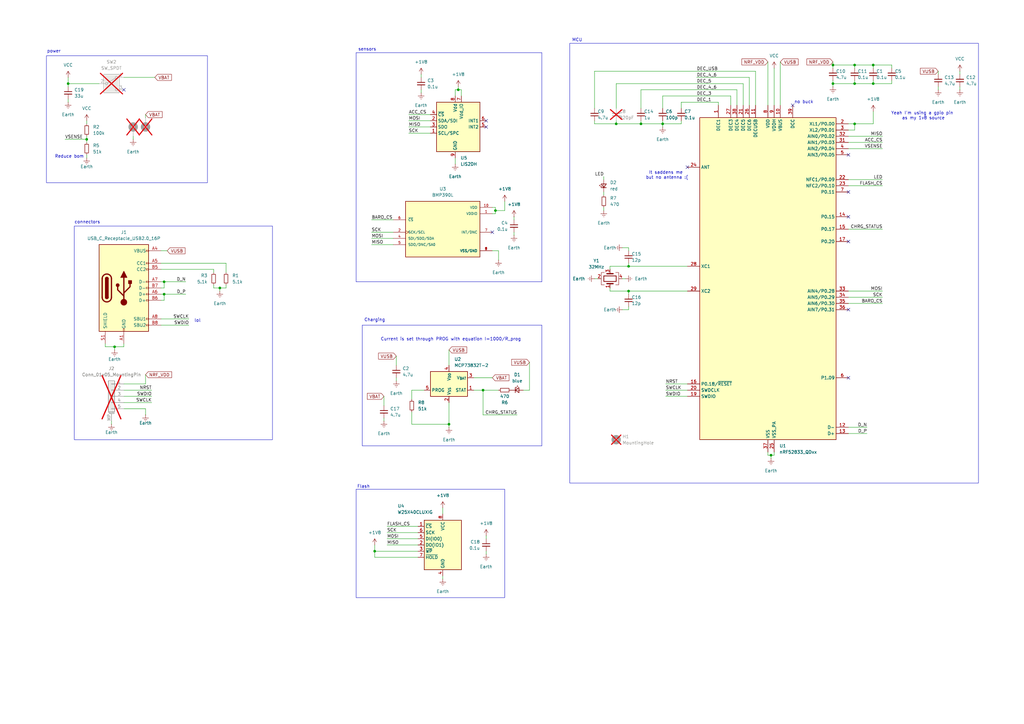
<source format=kicad_sch>
(kicad_sch (version 20231120) (generator "eeschema") (generator_version "8.0")
  (paper "A3")
  (lib_symbols
    (symbol "BMP390L:BMP390L" (pin_names (offset 1.016))
      (property "Reference" "U" (at -15.24 15.24 0))
      (property "Value" "BMP390L" (at -15.24 -15.24 0))
      (symbol "BMP390L_0_0"
        (pin power_in line (at 20.32 7.62 180) (length 5.08) (name "VDDIO") (number "1"))
        (pin power_in line (at 20.32 10.16 180) (length 5.08) (name "VDD") (number "10"))
        (pin input clock (at -20.32 0 0) (length 5.08) (name "SCK/SCL") (number "2"))
        (pin power_in line (at 20.32 -7.62 180) (length 5.08) (name "VSS/GND") (number "3"))
        (pin bidirectional line (at -20.32 -2.54 0) (length 5.08) (name "SDI/SDO/SDA") (number "4"))
        (pin bidirectional line (at -20.32 -5.08 0) (length 5.08) (name "SDO/DNC/SA0") (number "5"))
        (pin input line (at -20.32 5.08 0) (length 5.08) (name "~{CS}") (number "6"))
        (pin output line (at 20.32 0 180) (length 5.08) (name "INT/DNC") (number "7"))
        (pin power_in line (at 20.32 -7.62 180) (length 5.08) (name "VSS/GND") (number "8"))
        (pin power_in line (at 20.32 -7.62 180) (length 5.08) (name "VSS/GND") (number "9"))
      )
    )
    (symbol "Battery_Management:MCP73832-2-OT"
      (property "Reference" "U" (at -7.62 6.35 0))
      (property "Value" "MCP73832-2-OT" (at 1.27 6.35 0))
      (symbol "MCP73832-2-OT_1_1"
        (pin open_collector line (at 10.16 -2.54 180) (length 2.54) (name "STAT") (number "1"))
        (pin power_in line (at 0 -7.62 90) (length 2.54) (name "V_{SS}") (number "2"))
        (pin power_out line (at 10.16 2.54 180) (length 2.54) (name "V_{BAT}") (number "3"))
        (pin power_in line (at 0 7.62 270) (length 2.54) (name "V_{DD}") (number "4"))
        (pin input line (at -10.16 -2.54 0) (length 2.54) (name "PROG") (number "5"))
      )
    )
    (symbol "Connector:USB_C_Receptacle_USB2.0_16P" (pin_names (offset 1.016))
      (property "Reference" "J" (at 0 22.225 0))
      (property "Value" "USB_C_Receptacle_USB2.0_16P" (at 0 19.685 0))
      (symbol "USB_C_Receptacle_USB2.0_16P_1_1"
        (pin passive line (at 0 -22.86 90) (length 5.08) (name "GND") (number "A1"))
        (pin passive line (at 0 -22.86 90) (length 5.08) hide (name "GND") (number "A12"))
        (pin passive line (at 15.24 15.24 180) (length 5.08) (name "VBUS") (number "A4"))
        (pin bidirectional line (at 15.24 10.16 180) (length 5.08) (name "CC1") (number "A5"))
        (pin bidirectional line (at 15.24 -2.54 180) (length 5.08) (name "D+") (number "A6"))
        (pin bidirectional line (at 15.24 2.54 180) (length 5.08) (name "D-") (number "A7"))
        (pin bidirectional line (at 15.24 -12.7 180) (length 5.08) (name "SBU1") (number "A8"))
        (pin passive line (at 15.24 15.24 180) (length 5.08) hide (name "VBUS") (number "A9"))
        (pin passive line (at 0 -22.86 90) (length 5.08) hide (name "GND") (number "B1"))
        (pin passive line (at 0 -22.86 90) (length 5.08) hide (name "GND") (number "B12"))
        (pin passive line (at 15.24 15.24 180) (length 5.08) hide (name "VBUS") (number "B4"))
        (pin bidirectional line (at 15.24 7.62 180) (length 5.08) (name "CC2") (number "B5"))
        (pin bidirectional line (at 15.24 -5.08 180) (length 5.08) (name "D+") (number "B6"))
        (pin bidirectional line (at 15.24 0 180) (length 5.08) (name "D-") (number "B7"))
        (pin bidirectional line (at 15.24 -15.24 180) (length 5.08) (name "SBU2") (number "B8"))
        (pin passive line (at 15.24 15.24 180) (length 5.08) hide (name "VBUS") (number "B9"))
        (pin passive line (at -7.62 -22.86 90) (length 5.08) (name "SHIELD") (number "S1"))
      )
    )
    (symbol "Connector_Generic_MountingPin:Conn_01x05_MountingPin" (pin_names (offset 1.016) hide)
      (property "Reference" "J" (at 0 7.62 0))
      (property "Value" "Conn_01x05_MountingPin" (at 1.27 -7.62 0))
      (symbol "Conn_01x05_MountingPin_1_1"
        (text "Mounting" (at 0 -6.731 0) (effects (font (size 0.381 0.381))))
        (pin passive line (at -5.08 5.08 0) (length 3.81) (name "Pin_1") (number "1"))
        (pin passive line (at -5.08 2.54 0) (length 3.81) (name "Pin_2") (number "2"))
        (pin passive line (at -5.08 0 0) (length 3.81) (name "Pin_3") (number "3"))
        (pin passive line (at -5.08 -2.54 0) (length 3.81) (name "Pin_4") (number "4"))
        (pin passive line (at -5.08 -5.08 0) (length 3.81) (name "Pin_5") (number "5"))
        (pin passive line (at 0 -10.16 90) (length 3.048) (name "MountPin") (number "MP"))
      )
    )
    (symbol "Device:C_Small" (pin_numbers hide) (pin_names (offset 0.254) hide)
      (property "Reference" "C" (at 0.254 1.778 0))
      (property "Value" "C_Small" (at 0.254 -2.032 0))
      (symbol "C_Small_1_1"
        (pin passive line (at 0 2.54 270) (length 2.032) (name "~") (number "1"))
        (pin passive line (at 0 -2.54 90) (length 2.032) (name "~") (number "2"))
      )
    )
    (symbol "Device:Crystal_GND24" (pin_names (offset 1.016) hide)
      (property "Reference" "Y" (at 3.175 5.08 0))
      (property "Value" "Crystal_GND24" (at 3.175 3.175 0))
      (symbol "Crystal_GND24_1_1"
        (pin passive line (at -3.81 0 0) (length 1.27) (name "1") (number "1"))
        (pin passive line (at 0 5.08 270) (length 1.27) (name "2") (number "2"))
        (pin passive line (at 3.81 0 180) (length 1.27) (name "3") (number "3"))
        (pin passive line (at 0 -5.08 90) (length 1.27) (name "4") (number "4"))
      )
    )
    (symbol "Device:LED_Small" (pin_numbers hide) (pin_names (offset 0.254) hide)
      (property "Reference" "D" (at -1.27 3.175 0))
      (property "Value" "LED_Small" (at -4.445 -2.54 0))
      (symbol "LED_Small_1_1"
        (pin passive line (at -2.54 0 0) (length 1.778) (name "K") (number "1"))
        (pin passive line (at 2.54 0 180) (length 1.778) (name "A") (number "2"))
      )
    )
    (symbol "Device:R_Small" (pin_numbers hide) (pin_names (offset 0.254) hide)
      (property "Reference" "R" (at 0.762 0.508 0))
      (property "Value" "R_Small" (at 0.762 -1.016 0))
      (symbol "R_Small_1_1"
        (pin passive line (at 0 2.54 270) (length 0.762) (name "~") (number "1"))
        (pin passive line (at 0 -2.54 90) (length 0.762) (name "~") (number "2"))
      )
    )
    (symbol "MCU_Nordic:nRF52833_QDxx"
      (property "Reference" "U" (at 0 5.08 0))
      (property "Value" "nRF52833_QDxx" (at 0 2.54 0))
      (symbol "nRF52833_QDxx_1_1"
        (pin passive line (at -20.32 71.12 270) (length 5.08) (name "DEC1") (number "1"))
        (pin power_in line (at 5.08 71.12 270) (length 5.08) (name "VBUS") (number "10"))
        (pin passive line (at -5.08 71.12 270) (length 5.08) (name "DECUSB") (number "11"))
        (pin bidirectional line (at 33.02 -60.96 180) (length 5.08) (name "D-") (number "12"))
        (pin bidirectional line (at 33.02 -63.5 180) (length 5.08) (name "D+") (number "13"))
        (pin bidirectional line (at 33.02 25.4 180) (length 5.08) (name "P0.15") (number "14"))
        (pin bidirectional line (at 33.02 20.32 180) (length 5.08) (name "P0.17") (number "15"))
        (pin bidirectional line (at -33.02 -43.18 0) (length 5.08) (name "P0.18/~{RESET}") (number "16"))
        (pin bidirectional line (at 33.02 15.24 180) (length 5.08) (name "P0.20") (number "17"))
        (pin passive line (at 0 71.12 270) (length 5.08) hide (name "VDD") (number "18"))
        (pin bidirectional line (at -33.02 -48.26 0) (length 5.08) (name "SWDIO") (number "19"))
        (pin bidirectional line (at 33.02 63.5 180) (length 5.08) (name "XL1/P0.00") (number "2"))
        (pin input line (at -33.02 -45.72 0) (length 5.08) (name "SWDCLK") (number "20"))
        (pin passive line (at -10.16 71.12 270) (length 5.08) (name "DEC5") (number "21"))
        (pin bidirectional line (at 33.02 40.64 180) (length 5.08) (name "NFC1/P0.09") (number "22"))
        (pin bidirectional line (at 33.02 38.1 180) (length 5.08) (name "NFC2/P0.10") (number "23"))
        (pin passive line (at -33.02 45.72 0) (length 5.08) (name "ANT") (number "24"))
        (pin power_in line (at 2.54 -71.12 90) (length 5.08) (name "VSS_PA") (number "25"))
        (pin passive line (at -7.62 71.12 270) (length 5.08) (name "DEC6") (number "26"))
        (pin passive line (at -15.24 71.12 270) (length 5.08) (name "DEC3") (number "27"))
        (pin input line (at -33.02 5.08 0) (length 5.08) (name "XC1") (number "28"))
        (pin input line (at -33.02 -5.08 0) (length 5.08) (name "XC2") (number "29"))
        (pin bidirectional line (at 33.02 60.96 180) (length 5.08) (name "XL2/P0.01") (number "3"))
        (pin passive line (at 0 71.12 270) (length 5.08) hide (name "VDD") (number "30"))
        (pin bidirectional line (at 33.02 55.88 180) (length 5.08) (name "AIN1/P0.03") (number "31"))
        (pin bidirectional line (at 33.02 58.42 180) (length 5.08) (name "AIN0/P0.02") (number "32"))
        (pin bidirectional line (at 33.02 -5.08 180) (length 5.08) (name "AIN4/P0.28") (number "33"))
        (pin bidirectional line (at 33.02 -7.62 180) (length 5.08) (name "AIN5/P0.29") (number "34"))
        (pin bidirectional line (at 33.02 -10.16 180) (length 5.08) (name "AIN6/P0.30") (number "35"))
        (pin bidirectional line (at 33.02 -12.7 180) (length 5.08) (name "AIN7/P0.31") (number "36"))
        (pin power_in line (at 0 -71.12 90) (length 5.08) (name "VSS") (number "37"))
        (pin passive line (at -12.7 71.12 270) (length 5.08) (name "DEC4") (number "38"))
        (pin power_out line (at 10.16 71.12 270) (length 5.08) (name "DCC") (number "39"))
        (pin bidirectional line (at 33.02 53.34 180) (length 5.08) (name "AIN2/P0.04") (number "4"))
        (pin passive line (at 0 71.12 270) (length 5.08) hide (name "VDD") (number "40"))
        (pin passive line (at 0 -71.12 90) (length 5.08) hide (name "VSS") (number "41"))
        (pin bidirectional line (at 33.02 50.8 180) (length 5.08) (name "AIN3/P0.05") (number "5"))
        (pin bidirectional line (at 33.02 -40.64 180) (length 5.08) (name "P1.09") (number "6"))
        (pin bidirectional line (at 33.02 35.56 180) (length 5.08) (name "P0.11") (number "7"))
        (pin power_in line (at 0 71.12 270) (length 5.08) (name "VDD") (number "8"))
        (pin power_in line (at 2.54 71.12 270) (length 5.08) (name "VDDH") (number "9"))
      )
    )
    (symbol "Mechanical:MountingHole" (pin_names (offset 1.016)) (exclude_from_sim yes) (in_bom no)
      (property "Reference" "H" (at 0 5.08 0))
      (property "Value" "MountingHole" (at 0 3.175 0))
    )
    (symbol "Mechanical:MountingHole_Pad" (pin_numbers hide) (pin_names (offset 1.016) hide) (exclude_from_sim yes) (in_bom no)
      (property "Reference" "H" (at 0 6.35 0))
      (property "Value" "MountingHole_Pad" (at 0 4.445 0))
      (symbol "MountingHole_Pad_1_1"
        (pin input line (at 0 -2.54 90) (length 2.54) (name "1") (number "1"))
      )
    )
    (symbol "Memory_Flash:W25X40CLSS"
      (property "Reference" "U" (at -7.62 10.16 0))
      (property "Value" "W25X40CLSS" (at 2.54 10.16 0))
      (symbol "W25X40CLSS_1_1"
        (pin input line (at -10.16 7.62 0) (length 2.54) (name "~{CS}") (number "1"))
        (pin bidirectional line (at -10.16 0 0) (length 2.54) (name "DO(IO1)") (number "2"))
        (pin bidirectional line (at -10.16 -2.54 0) (length 2.54) (name "~{WP}") (number "3"))
        (pin power_in line (at 0 -12.7 90) (length 2.54) (name "GND") (number "4"))
        (pin bidirectional line (at -10.16 2.54 0) (length 2.54) (name "DI(IO0)") (number "5"))
        (pin input line (at -10.16 5.08 0) (length 2.54) (name "SCK") (number "6"))
        (pin bidirectional line (at -10.16 -5.08 0) (length 2.54) (name "~{HOLD}") (number "7"))
        (pin power_in line (at 0 12.7 270) (length 2.54) (name "VCC") (number "8"))
      )
    )
    (symbol "Sensor_Motion:LIS2DH"
      (property "Reference" "U" (at -8.89 11.43 0))
      (property "Value" "LIS2DH" (at 3.81 11.43 0))
      (symbol "LIS2DH_1_1"
        (pin input line (at -10.16 -2.54 0) (length 2.54) (name "SCL/SPC") (number "1"))
        (pin passive line (at 0 -12.7 90) (length 2.54) hide (name "GND") (number "10"))
        (pin passive line (at 0 -12.7 90) (length 2.54) hide (name "GND") (number "11"))
        (pin passive line (at 0 -12.7 90) (length 2.54) hide (name "GND") (number "12"))
        (pin passive line (at 0 -12.7 90) (length 2.54) hide (name "GND") (number "13"))
        (pin passive line (at 0 -12.7 90) (length 2.54) hide (name "GND") (number "14"))
        (pin bidirectional line (at -10.16 2.54 0) (length 2.54) (name "SDA/SDI") (number "2"))
        (pin output line (at -10.16 0 0) (length 2.54) (name "SDO") (number "3"))
        (pin input line (at -10.16 5.08 0) (length 2.54) (name "~{CS}") (number "4"))
        (pin output line (at 12.7 0 180) (length 2.54) (name "INT2") (number "5"))
        (pin output line (at 12.7 2.54 180) (length 2.54) (name "INT1") (number "6"))
        (pin power_in line (at 2.54 12.7 270) (length 2.54) (name "Vdd_IO") (number "7"))
        (pin power_in line (at 0 12.7 270) (length 2.54) (name "Vdd") (number "8"))
        (pin power_in line (at 0 -12.7 90) (length 2.54) (name "GND") (number "9"))
      )
    )
    (symbol "Switch:SW_SPDT" (pin_names (offset 0) hide)
      (property "Reference" "SW" (at 0 5.08 0))
      (property "Value" "SW_SPDT" (at 0 -5.08 0))
      (symbol "SW_SPDT_1_1"
        (pin passive line (at 5.08 2.54 180) (length 2.54) (name "A") (number "1"))
        (pin passive line (at -5.08 0 0) (length 2.54) (name "B") (number "2"))
        (pin passive line (at 5.08 -2.54 180) (length 2.54) (name "C") (number "3"))
      )
    )
    (symbol "power:+1V8" (power) (pin_numbers hide) (pin_names (offset 0) hide)
      (property "Value" "+1V8" (at 0 3.556 0))
      (symbol "+1V8_1_1"
        (pin power_in line (at 0 0 90) (length 0) (name "~") (number "1"))
      )
    )
    (symbol "power:Earth" (power) (pin_numbers hide) (pin_names (offset 0) hide)
      (property "Value" "Earth" (at 0 -3.81 0))
      (symbol "Earth_1_1"
        (pin power_in line (at 0 0 270) (length 0) (name "~") (number "1"))
      )
    )
    (symbol "power:VCC" (power) (pin_numbers hide) (pin_names (offset 0) hide)
      (property "Value" "VCC" (at 0 3.556 0))
      (symbol "VCC_1_1"
        (pin power_in line (at 0 0 90) (length 0) (name "~") (number "1"))
      )
    )
  )
  (junction (at 257.81 109.22))
  (junction (at 358.14 26.67))
  (junction (at 67.31 120.65))
  (junction (at 153.67 226.06))
  (junction (at 203.2 86.36))
  (junction (at 35.56 57.15))
  (junction (at 341.63 26.67))
  (junction (at 27.94 34.29))
  (junction (at 350.52 50.8))
  (junction (at 198.12 160.02))
  (junction (at 350.52 34.29))
  (junction (at 252.73 50.8))
  (junction (at 316.23 186.69))
  (junction (at 184.15 173.99))
  (junction (at 187.96 36.83))
  (junction (at 257.81 119.38))
  (junction (at 341.63 34.29))
  (junction (at 271.78 50.8))
  (junction (at 67.31 115.57))
  (junction (at 262.89 50.8))
  (junction (at 350.52 26.67))
  (junction (at 46.99 142.24))
  (junction (at 90.17 118.11))
  (junction (at 358.14 34.29))
  (no_connect (at 347.98 88.9))
  (no_connect (at 325.12 43.18))
  (no_connect (at 347.98 127))
  (no_connect (at 347.98 63.5))
  (no_connect (at 347.98 99.06))
  (no_connect (at 199.39 49.53))
  (no_connect (at 201.93 95.25))
  (no_connect (at 347.98 78.74))
  (no_connect (at 281.94 68.58))
  (no_connect (at 199.39 52.07))
  (no_connect (at 50.8 36.83))
  (no_connect (at 347.98 154.94))
  (wire (pts (xy 384.81 35.56) (xy 384.81 36.83)))
  (wire (pts (xy 27.94 40.64) (xy 27.94 41.91)))
  (wire (pts (xy 59.69 153.67) (xy 59.69 157.48)))
  (wire (pts (xy 341.63 26.67) (xy 341.63 27.94)))
  (wire (pts (xy 347.98 175.26) (xy 355.6 175.26)))
  (wire (pts (xy 59.69 46.99) (xy 59.69 48.26)))
  (wire (pts (xy 66.04 123.19) (xy 67.31 123.19)))
  (wire (pts (xy 210.82 95.25) (xy 210.82 96.52)))
  (wire (pts (xy 294.64 43.18) (xy 294.64 41.91)))
  (wire (pts (xy 257.81 127) (xy 255.27 127)))
  (wire (pts (xy 181.61 210.82) (xy 181.61 208.28)))
  (wire (pts (xy 198.12 160.02) (xy 204.47 160.02)))
  (wire (pts (xy 347.98 58.42) (xy 361.95 58.42)))
  (wire (pts (xy 257.81 119.38) (xy 250.19 119.38)))
  (wire (pts (xy 243.84 29.21) (xy 309.88 29.21)))
  (wire (pts (xy 194.31 154.94) (xy 201.93 154.94)))
  (wire (pts (xy 384.81 29.21) (xy 384.81 30.48)))
  (wire (pts (xy 158.75 215.9) (xy 171.45 215.9)))
  (wire (pts (xy 252.73 34.29) (xy 304.8 34.29)))
  (wire (pts (xy 257.81 119.38) (xy 257.81 120.65)))
  (wire (pts (xy 350.52 50.8) (xy 358.14 50.8)))
  (wire (pts (xy 152.4 97.79) (xy 161.29 97.79)))
  (wire (pts (xy 184.15 165.1) (xy 184.15 173.99)))
  (wire (pts (xy 214.63 160.02) (xy 217.17 160.02)))
  (wire (pts (xy 350.52 53.34) (xy 350.52 50.8)))
  (wire (pts (xy 54.61 55.88) (xy 54.61 57.15)))
  (wire (pts (xy 279.4 49.53) (xy 279.4 50.8)))
  (wire (pts (xy 257.81 109.22) (xy 281.94 109.22)))
  (wire (pts (xy 35.56 63.5) (xy 35.56 64.77)))
  (wire (pts (xy 43.18 142.24) (xy 46.99 142.24)))
  (wire (pts (xy 250.19 109.22) (xy 250.19 110.49)))
  (wire (pts (xy 273.05 162.56) (xy 281.94 162.56)))
  (wire (pts (xy 203.2 86.36) (xy 203.2 87.63)))
  (wire (pts (xy 162.56 154.94) (xy 162.56 156.21)))
  (wire (pts (xy 341.63 34.29) (xy 350.52 34.29)))
  (wire (pts (xy 153.67 226.06) (xy 171.45 226.06)))
  (wire (pts (xy 341.63 33.02) (xy 341.63 34.29)))
  (wire (pts (xy 317.5 27.94) (xy 317.5 43.18)))
  (wire (pts (xy 243.84 44.45) (xy 243.84 29.21)))
  (wire (pts (xy 158.75 218.44) (xy 171.45 218.44)))
  (wire (pts (xy 347.98 73.66) (xy 361.95 73.66)))
  (wire (pts (xy 317.5 185.42) (xy 317.5 186.69)))
  (wire (pts (xy 262.89 36.83) (xy 262.89 44.45)))
  (wire (pts (xy 189.23 36.83) (xy 187.96 36.83)))
  (wire (pts (xy 186.69 64.77) (xy 186.69 67.31)))
  (wire (pts (xy 153.67 228.6) (xy 171.45 228.6)))
  (wire (pts (xy 167.64 52.07) (xy 176.53 52.07)))
  (wire (pts (xy 59.69 167.64) (xy 59.69 170.18)))
  (wire (pts (xy 189.23 39.37) (xy 189.23 36.83)))
  (wire (pts (xy 157.48 171.45) (xy 157.48 172.72)))
  (wire (pts (xy 314.96 186.69) (xy 316.23 186.69)))
  (wire (pts (xy 358.14 33.02) (xy 358.14 34.29)))
  (wire (pts (xy 199.39 219.71) (xy 199.39 220.98)))
  (wire (pts (xy 198.12 170.18) (xy 212.09 170.18)))
  (wire (pts (xy 281.94 119.38) (xy 257.81 119.38)))
  (wire (pts (xy 358.14 34.29) (xy 365.76 34.29)))
  (wire (pts (xy 162.56 146.05) (xy 162.56 149.86)))
  (wire (pts (xy 87.63 116.84) (xy 87.63 118.11)))
  (wire (pts (xy 358.14 50.8) (xy 358.14 45.72)))
  (wire (pts (xy 66.04 110.49) (xy 87.63 110.49)))
  (wire (pts (xy 347.98 60.96) (xy 361.95 60.96)))
  (wire (pts (xy 252.73 50.8) (xy 262.89 50.8)))
  (wire (pts (xy 50.8 160.02) (xy 62.23 160.02)))
  (wire (pts (xy 257.81 101.6) (xy 255.27 101.6)))
  (wire (pts (xy 198.12 160.02) (xy 198.12 170.18)))
  (wire (pts (xy 67.31 120.65) (xy 76.2 120.65)))
  (wire (pts (xy 347.98 55.88) (xy 361.95 55.88)))
  (wire (pts (xy 257.81 107.95) (xy 257.81 109.22)))
  (wire (pts (xy 358.14 26.67) (xy 358.14 27.94)))
  (wire (pts (xy 204.47 102.87) (xy 204.47 106.68)))
  (wire (pts (xy 66.04 107.95) (xy 92.71 107.95)))
  (wire (pts (xy 273.05 160.02) (xy 281.94 160.02)))
  (wire (pts (xy 347.98 121.92) (xy 361.95 121.92)))
  (wire (pts (xy 186.69 36.83) (xy 186.69 39.37)))
  (wire (pts (xy 393.7 29.21) (xy 393.7 30.48)))
  (wire (pts (xy 187.96 36.83) (xy 186.69 36.83)))
  (wire (pts (xy 167.64 46.99) (xy 176.53 46.99)))
  (wire (pts (xy 347.98 76.2) (xy 361.95 76.2)))
  (wire (pts (xy 350.52 26.67) (xy 358.14 26.67)))
  (wire (pts (xy 157.48 162.56) (xy 157.48 166.37)))
  (wire (pts (xy 243.84 50.8) (xy 252.73 50.8)))
  (wire (pts (xy 152.4 95.25) (xy 161.29 95.25)))
  (wire (pts (xy 243.84 49.53) (xy 243.84 50.8)))
  (wire (pts (xy 152.4 90.17) (xy 161.29 90.17)))
  (wire (pts (xy 43.18 142.24) (xy 43.18 140.97)))
  (wire (pts (xy 341.63 25.4) (xy 341.63 26.67)))
  (wire (pts (xy 50.8 162.56) (xy 62.23 162.56)))
  (wire (pts (xy 309.88 43.18) (xy 309.88 29.21)))
  (wire (pts (xy 302.26 43.18) (xy 302.26 36.83)))
  (wire (pts (xy 347.98 177.8) (xy 355.6 177.8)))
  (wire (pts (xy 247.65 72.39) (xy 247.65 73.66)))
  (wire (pts (xy 181.61 236.22) (xy 181.61 237.49)))
  (wire (pts (xy 247.65 85.09) (xy 247.65 86.36)))
  (wire (pts (xy 271.78 39.37) (xy 271.78 44.45)))
  (wire (pts (xy 347.98 93.98) (xy 361.95 93.98)))
  (wire (pts (xy 252.73 34.29) (xy 252.73 44.45)))
  (wire (pts (xy 307.34 43.18) (xy 307.34 31.75)))
  (wire (pts (xy 172.72 36.83) (xy 172.72 38.1)))
  (wire (pts (xy 27.94 34.29) (xy 27.94 31.75)))
  (wire (pts (xy 201.93 85.09) (xy 203.2 85.09)))
  (wire (pts (xy 153.67 226.06) (xy 153.67 223.52)))
  (wire (pts (xy 271.78 50.8) (xy 271.78 52.07)))
  (wire (pts (xy 26.67 57.15) (xy 35.56 57.15)))
  (wire (pts (xy 194.31 160.02) (xy 198.12 160.02)))
  (wire (pts (xy 27.94 34.29) (xy 27.94 35.56)))
  (wire (pts (xy 87.63 118.11) (xy 90.17 118.11)))
  (wire (pts (xy 66.04 130.81) (xy 77.47 130.81)))
  (wire (pts (xy 46.99 142.24) (xy 50.8 142.24)))
  (wire (pts (xy 210.82 88.9) (xy 210.82 90.17)))
  (wire (pts (xy 67.31 123.19) (xy 67.31 120.65)))
  (wire (pts (xy 173.99 160.02) (xy 168.91 160.02)))
  (wire (pts (xy 262.89 36.83) (xy 302.26 36.83)))
  (wire (pts (xy 207.01 86.36) (xy 207.01 82.55)))
  (wire (pts (xy 35.56 49.53) (xy 35.56 50.8)))
  (wire (pts (xy 168.91 160.02) (xy 168.91 163.83)))
  (wire (pts (xy 316.23 186.69) (xy 316.23 187.96)))
  (wire (pts (xy 347.98 50.8) (xy 350.52 50.8)))
  (wire (pts (xy 152.4 100.33) (xy 161.29 100.33)))
  (wire (pts (xy 347.98 53.34) (xy 350.52 53.34)))
  (wire (pts (xy 203.2 86.36) (xy 207.01 86.36)))
  (wire (pts (xy 262.89 50.8) (xy 271.78 50.8)))
  (wire (pts (xy 304.8 34.29) (xy 304.8 43.18)))
  (wire (pts (xy 350.52 26.67) (xy 350.52 27.94)))
  (wire (pts (xy 35.56 55.88) (xy 35.56 57.15)))
  (wire (pts (xy 252.73 49.53) (xy 252.73 50.8)))
  (wire (pts (xy 245.11 114.3) (xy 243.84 114.3)))
  (wire (pts (xy 279.4 44.45) (xy 279.4 41.91)))
  (wire (pts (xy 273.05 157.48) (xy 281.94 157.48)))
  (wire (pts (xy 250.19 109.22) (xy 257.81 109.22)))
  (wire (pts (xy 271.78 39.37) (xy 299.72 39.37)))
  (wire (pts (xy 66.04 133.35) (xy 77.47 133.35)))
  (wire (pts (xy 341.63 34.29) (xy 341.63 35.56)))
  (wire (pts (xy 158.75 220.98) (xy 171.45 220.98)))
  (wire (pts (xy 365.76 33.02) (xy 365.76 34.29)))
  (wire (pts (xy 203.2 85.09) (xy 203.2 86.36)))
  (wire (pts (xy 341.63 26.67) (xy 350.52 26.67)))
  (wire (pts (xy 320.04 25.4) (xy 320.04 43.18)))
  (wire (pts (xy 262.89 49.53) (xy 262.89 50.8)))
  (wire (pts (xy 90.17 118.11) (xy 92.71 118.11)))
  (wire (pts (xy 257.81 102.87) (xy 257.81 101.6)))
  (wire (pts (xy 168.91 168.91) (xy 168.91 173.99)))
  (wire (pts (xy 45.72 172.72) (xy 45.72 173.99)))
  (wire (pts (xy 50.8 31.75) (xy 63.5 31.75)))
  (wire (pts (xy 87.63 110.49) (xy 87.63 111.76)))
  (wire (pts (xy 250.19 119.38) (xy 250.19 118.11)))
  (wire (pts (xy 187.96 35.56) (xy 187.96 36.83)))
  (wire (pts (xy 67.31 115.57) (xy 76.2 115.57)))
  (wire (pts (xy 50.8 157.48) (xy 59.69 157.48)))
  (wire (pts (xy 153.67 228.6) (xy 153.67 226.06)))
  (wire (pts (xy 50.8 165.1) (xy 62.23 165.1)))
  (wire (pts (xy 299.72 43.18) (xy 299.72 39.37)))
  (wire (pts (xy 285.75 31.75) (xy 307.34 31.75)))
  (wire (pts (xy 168.91 173.99) (xy 184.15 173.99)))
  (wire (pts (xy 50.8 142.24) (xy 50.8 140.97)))
  (wire (pts (xy 347.98 124.46) (xy 361.95 124.46)))
  (wire (pts (xy 35.56 57.15) (xy 35.56 58.42)))
  (wire (pts (xy 46.99 142.24) (xy 46.99 143.51)))
  (wire (pts (xy 90.17 118.11) (xy 90.17 119.38)))
  (wire (pts (xy 217.17 160.02) (xy 217.17 148.59)))
  (wire (pts (xy 365.76 27.94) (xy 365.76 26.67)))
  (wire (pts (xy 350.52 34.29) (xy 358.14 34.29)))
  (wire (pts (xy 66.04 102.87) (xy 68.58 102.87)))
  (wire (pts (xy 66.04 120.65) (xy 67.31 120.65)))
  (wire (pts (xy 184.15 173.99) (xy 184.15 175.26)))
  (wire (pts (xy 172.72 30.48) (xy 172.72 31.75)))
  (wire (pts (xy 314.96 43.18) (xy 314.96 25.4)))
  (wire (pts (xy 314.96 185.42) (xy 314.96 186.69)))
  (wire (pts (xy 184.15 143.51) (xy 184.15 149.86)))
  (wire (pts (xy 316.23 186.69) (xy 317.5 186.69)))
  (wire (pts (xy 247.65 78.74) (xy 247.65 80.01)))
  (wire (pts (xy 50.8 167.64) (xy 59.69 167.64)))
  (wire (pts (xy 92.71 107.95) (xy 92.71 111.76)))
  (wire (pts (xy 201.93 102.87) (xy 204.47 102.87)))
  (wire (pts (xy 40.64 34.29) (xy 27.94 34.29)))
  (wire (pts (xy 167.64 49.53) (xy 176.53 49.53)))
  (wire (pts (xy 393.7 35.56) (xy 393.7 36.83)))
  (wire (pts (xy 201.93 87.63) (xy 203.2 87.63)))
  (wire (pts (xy 271.78 50.8) (xy 279.4 50.8)))
  (wire (pts (xy 347.98 119.38) (xy 361.95 119.38)))
  (wire (pts (xy 255.27 114.3) (xy 256.54 114.3)))
  (wire (pts (xy 257.81 125.73) (xy 257.81 127)))
  (wire (pts (xy 158.75 223.52) (xy 171.45 223.52)))
  (wire (pts (xy 279.4 41.91) (xy 294.64 41.91)))
  (wire (pts (xy 92.71 118.11) (xy 92.71 116.84)))
  (wire (pts (xy 167.64 54.61) (xy 176.53 54.61)))
  (wire (pts (xy 67.31 118.11) (xy 67.31 115.57)))
  (wire (pts (xy 271.78 49.53) (xy 271.78 50.8)))
  (wire (pts (xy 350.52 33.02) (xy 350.52 34.29)))
  (wire (pts (xy 66.04 115.57) (xy 67.31 115.57)))
  (wire (pts (xy 66.04 118.11) (xy 67.31 118.11)))
  (wire (pts (xy 199.39 226.06) (xy 199.39 227.33)))
  (wire (pts (xy 358.14 26.67) (xy 365.76 26.67)))
  (rectangle (start 233.68 17.78) (end 401.32 198.12))
  (rectangle (start 146.05 21.59) (end 222.25 115.57))
  (rectangle (start 19.05 22.86) (end 85.09 74.93))
  (rectangle (start 30.48 92.71) (end 111.76 180.34))
  (rectangle (start 146.05 200.66) (end 207.01 245.11))
  (rectangle (start 148.59 133.35) (end 222.25 182.88))
  (text "Reduce bom" (at 28.448 64.262 0) (effects (font (size 1.27 1.27))))
  (text "Yeah I'm using a gpio pin \nas my 1v8 source" (at 378.714 47.498 0) (effects (font (size 1.27 1.27))))
  (text "no buck" (at 329.692 41.91 0) (effects (font (size 1.27 1.27))))
  (text "lol" (at 81.026 131.572 0) (effects (font (size 1.27 1.27))))
  (text "power" (at 22.098 21.082 0) (effects (font (size 1.27 1.27))))
  (text "Charging" (at 153.67 131.318 0) (effects (font (size 1.27 1.27))))
  (text "It saddens me \nbut no antenna :(" (at 273.558 71.882 0) (effects (font (size 1.27 1.27))))
  (text "Current is set through PROG with equation I=1000/R_prog" (at 184.912 139.192 0) (effects (font (size 1.27 1.27))))
  (text "MCU" (at 236.728 16.51 0) (effects (font (size 1.27 1.27))))
  (text "connectors" (at 35.814 91.186 0) (effects (font (size 1.27 1.27))))
  (text "Flash" (at 149.098 199.644 0) (effects (font (size 1.27 1.27))))
  (text "sensors" (at 150.622 20.32 0) (effects (font (size 1.27 1.27))))
  (label "LED" (at 247.65 72.39 180))
  (label "D_P" (at 76.2 120.65 180))
  (label "SWDIO" (at 77.47 133.35 180))
  (label "MOSI" (at 361.95 119.38 180))
  (label "CHRG_STATUS" (at 212.09 170.18 180))
  (label "ACC_CS" (at 167.64 46.99 0))
  (label "SCK" (at 167.64 54.61 0))
  (label "SWCLK" (at 273.05 160.02 0))
  (label "VSENSE" (at 361.95 60.96 180))
  (label "SWCLK" (at 62.23 165.1 180))
  (label "CHRG_STATUS" (at 361.95 93.98 180))
  (label "FLASH_CS" (at 361.95 76.2 180))
  (label "MISO" (at 361.95 55.88 180))
  (label "SWDIO" (at 62.23 162.56 180))
  (label "DEC_3" (at 285.75 39.37 0))
  (label "D_N" (at 355.6 175.26 180))
  (label "NRST" (at 273.05 157.48 0))
  (label "BARO_CS" (at 152.4 90.17 0))
  (label "MISO" (at 158.75 223.52 0))
  (label "D_N" (at 76.2 115.57 180))
  (label "SCK" (at 152.4 95.25 0))
  (label "BARO_CS" (at 361.95 124.46 180))
  (label "SCK" (at 361.95 121.92 180))
  (label "MISO" (at 167.64 52.07 0))
  (label "MISO" (at 152.4 100.33 0))
  (label "SWDIO" (at 273.05 162.56 0))
  (label "DEC_1" (at 285.75 41.91 0))
  (label "LED" (at 361.95 73.66 180))
  (label "DEC_4_6" (at 285.75 36.83 0))
  (label "D_P" (at 355.6 177.8 180))
  (label "MOSI" (at 152.4 97.79 0))
  (label "SCK" (at 158.75 218.44 0))
  (label "NRST" (at 62.23 160.02 180))
  (label "DEC_USB" (at 285.75 29.21 0))
  (label "DEC_5" (at 285.75 34.29 0))
  (label "DEC_4_6" (at 285.75 31.75 0))
  (label "VSENSE" (at 26.67 57.15 0))
  (label "MOSI" (at 167.64 49.53 0))
  (label "MOSI" (at 158.75 220.98 0))
  (label "SWCLK" (at 77.47 130.81 180))
  (label "FLASH_CS" (at 158.75 215.9 0))
  (label "ACC_CS" (at 361.95 58.42 180))
  (global_label "VBAT" (shape input) (at 201.93 154.94 0) (property "Intersheetrefs" "${INTERSHEET_REFS}" (effects (hide yes))))
  (global_label "NRF_VDD" (shape input) (at 59.69 153.67 0) (property "Intersheetrefs" "${INTERSHEET_REFS}" (effects (hide yes))))
  (global_label "VBAT" (shape input) (at 63.5 31.75 0) (property "Intersheetrefs" "${INTERSHEET_REFS}" (effects (hide yes))))
  (global_label "VUSB" (shape input) (at 68.58 102.87 0) (property "Intersheetrefs" "${INTERSHEET_REFS}" (effects (hide yes))))
  (global_label "NRF_VDD" (shape input) (at 341.63 25.4 180) (property "Intersheetrefs" "${INTERSHEET_REFS}" (effects (hide yes))))
  (global_label "VUSB" (shape input) (at 184.15 143.51 0) (property "Intersheetrefs" "${INTERSHEET_REFS}" (effects (hide yes))))
  (global_label "VBAT" (shape input) (at 157.48 162.56 180) (property "Intersheetrefs" "${INTERSHEET_REFS}" (effects (hide yes))))
  (global_label "VUSB" (shape input) (at 384.81 29.21 180) (property "Intersheetrefs" "${INTERSHEET_REFS}" (effects (hide yes))))
  (global_label "VUSB" (shape input) (at 162.56 146.05 180) (property "Intersheetrefs" "${INTERSHEET_REFS}" (effects (hide yes))))
  (global_label "VUSB" (shape input) (at 320.04 25.4 0) (property "Intersheetrefs" "${INTERSHEET_REFS}" (effects (hide yes))))
  (global_label "NRF_VDD" (shape input) (at 314.96 25.4 180) (property "Intersheetrefs" "${INTERSHEET_REFS}" (effects (hide yes))))
  (global_label "VBAT" (shape input) (at 59.69 46.99 0) (property "Intersheetrefs" "${INTERSHEET_REFS}" (effects (hide yes))))
  (global_label "VUSB" (shape input) (at 217.17 148.59 180) (property "Intersheetrefs" "${INTERSHEET_REFS}" (effects (hide yes))))
  (symbol (lib_id "Device:C_Small") (at 157.48 168.91 0) (unit 1)
    (property "Reference" "C17" (at 160.02 167.6462 0) (effects (justify left)))
    (property "Value" "4.7u" (at 160.02 170.1862 0) (effects (justify left)))
    (property "Footprint" "Capacitor_SMD:C_0402_1005Metric" (effects (hide yes)))
    (property "Description" "Unpolarized capacitor, small symbol" (effects (hide yes)))
    (property "LCSC" "C23733" (effects (hide yes)))
  )
  (symbol (lib_id "power:Earth") (at 186.69 67.31 0) (unit 1)
    (property "Reference" "#PWR06" (effects (hide yes)))
    (property "Value" "Earth" (at 186.69 72.39 0))
    (property "Description" "Power symbol creates a global label with name \"Earth\"" (effects (hide yes)))
  )
  (symbol (lib_id "power:Earth") (at 162.56 156.21 0) (unit 1)
    (property "Reference" "#PWR020" (effects (hide yes)))
    (property "Value" "Earth" (at 162.56 161.29 0))
    (property "Description" "Power symbol creates a global label with name \"Earth\"" (effects (hide yes)))
  )
  (symbol (lib_id "power:+1V8") (at 172.72 30.48 0) (unit 1)
    (property "Reference" "#PWR07" (effects (hide yes)))
    (property "Value" "+1V8" (at 172.72 25.4 0))
    (property "Description" "Power symbol creates a global label with name \"+1V8\"" (effects (hide yes)))
  )
  (symbol (lib_id "Device:C_Small") (at 27.94 38.1 0) (unit 1)
    (property "Reference" "C19" (at 30.48 36.8362 0) (effects (justify left)))
    (property "Value" "33u" (at 30.48 39.3762 0) (effects (justify left)))
    (property "Footprint" "Capacitor_SMD:C_0805_2012Metric" (effects (hide yes)))
    (property "Description" "Unpolarized capacitor, small symbol" (effects (hide yes)))
    (property "LCSC" "C342635" (effects (hide yes)))
  )
  (symbol (lib_id "Device:C_Small") (at 262.89 46.99 180) (unit 1)
    (property "Reference" "C14" (at 264.16 45.72 0) (effects (justify right)))
    (property "Value" "1u" (at 264.16 48.26 0) (effects (justify right)))
    (property "Footprint" "Capacitor_SMD:C_0402_1005Metric" (effects (hide yes)))
    (property "Description" "Unpolarized capacitor, small symbol" (effects (hide yes)))
    (property "LCSC" "C52923" (effects (hide yes)))
  )
  (symbol (lib_id "Device:R_Small") (at 35.56 60.96 0) (unit 1)
    (property "Reference" "R5" (at 38.1 59.6899 0) (effects (justify left)))
    (property "Value" "51k" (at 38.1 62.2299 0) (effects (justify left)))
    (property "Footprint" "Resistor_SMD:R_0402_1005Metric" (effects (hide yes)))
    (property "Description" "Resistor, small symbol" (effects (hide yes)))
    (property "LCSC" "C25794" (effects (hide yes)))
  )
  (symbol (lib_id "power:Earth") (at 181.61 237.49 0) (unit 1)
    (property "Reference" "#PWR019" (effects (hide yes)))
    (property "Value" "Earth" (at 181.61 242.57 0))
    (property "Description" "Power symbol creates a global label with name \"Earth\"" (effects (hide yes)))
  )
  (symbol (lib_id "Device:R_Small") (at 35.56 53.34 0) (unit 1)
    (property "Reference" "R2" (at 38.1 52.0699 0) (effects (justify left)))
    (property "Value" "100k" (at 38.1 54.6099 0) (effects (justify left)))
    (property "Footprint" "Resistor_SMD:R_0402_1005Metric" (effects (hide yes)))
    (property "Description" "Resistor, small symbol" (effects (hide yes)))
    (property "LCSC" "C25741" (effects (hide yes)))
  )
  (symbol (lib_id "Device:C_Small") (at 350.52 30.48 180) (unit 1)
    (property "Reference" "C11" (at 351.79 29.21 0) (effects (justify right)))
    (property "Value" "0.1u" (at 351.79 31.75 0) (effects (justify right)))
    (property "Footprint" "Capacitor_SMD:C_0402_1005Metric" (effects (hide yes)))
    (property "Description" "Unpolarized capacitor, small symbol" (effects (hide yes)))
    (property "LCSC" "C1525" (effects (hide yes)))
  )
  (symbol (lib_id "power:Earth") (at 59.69 170.18 0) (unit 1)
    (property "Reference" "#PWR036" (effects (hide yes)))
    (property "Value" "Earth" (at 59.69 173.482 0))
    (property "Description" "Power symbol creates a global label with name \"Earth\"" (effects (hide yes)))
  )
  (symbol (lib_id "Device:Crystal_GND24") (at 250.19 114.3 90) (unit 1)
    (property "Reference" "Y1" (at 244.602 106.934 90))
    (property "Value" "32MHz" (at 244.602 109.474 90))
    (property "Footprint" "Crystal:Crystal_SMD_2016-4Pin_2.0x1.6mm" (effects (hide yes)))
    (property "Description" "Four pin crystal, GND on pins 2 and 4" (effects (hide yes)))
    (property "LCSC" "C187794" (effects (hide yes)))
  )
  (symbol (lib_id "power:Earth") (at 247.65 86.36 0) (unit 1)
    (property "Reference" "#PWR018" (effects (hide yes)))
    (property "Value" "Earth" (at 247.65 91.44 0))
    (property "Description" "Power symbol creates a global label with name \"Earth\"" (effects (hide yes)))
  )
  (symbol (lib_id "Device:R_Small") (at 87.63 114.3 0) (mirror x) (unit 1)
    (property "Reference" "R3" (at 85.09 113.0299 0) (effects (justify right)))
    (property "Value" "5.1k" (at 85.09 115.5699 0) (effects (justify right)))
    (property "Footprint" "Resistor_SMD:R_0402_1005Metric" (effects (hide yes)))
    (property "Description" "Resistor, small symbol" (effects (hide yes)))
    (property "LCSC" "C25905" (effects (hide yes)))
  )
  (symbol (lib_id "Device:C_Small") (at 210.82 92.71 0) (mirror y) (unit 1)
    (property "Reference" "C4" (at 208.28 91.4462 0) (effects (justify left)))
    (property "Value" "0.1u" (at 208.28 93.9862 0) (effects (justify left)))
    (property "Footprint" "Capacitor_SMD:C_0402_1005Metric" (effects (hide yes)))
    (property "Description" "Unpolarized capacitor, small symbol" (effects (hide yes)))
    (property "LCSC" "C1525" (effects (hide yes)))
  )
  (symbol (lib_id "power:VCC") (at 27.94 31.75 0) (unit 1)
    (property "Reference" "#PWR03" (effects (hide yes)))
    (property "Value" "VCC" (at 27.94 26.67 0))
    (property "Description" "Power symbol creates a global label with name \"VCC\"" (effects (hide yes)))
  )
  (symbol (lib_id "power:+1V8") (at 207.01 82.55 0) (unit 1)
    (property "Reference" "#PWR09" (effects (hide yes)))
    (property "Value" "+1V8" (at 207.01 77.47 0))
    (property "Description" "Power symbol creates a global label with name \"+1V8\"" (effects (hide yes)))
  )
  (symbol (lib_id "BMP390L:BMP390L") (at 181.61 95.25 0) (unit 1)
    (property "Reference" "U3" (at 181.61 77.47 0))
    (property "Value" "BMP390L" (at 181.61 80.01 0))
    (property "Footprint" "BMP390L:XDCR_BMP390L" (effects (hide yes)))
    (property "MF" "Bosch Sensortec" (effects (hide yes)))
    (property "MAXIMUM_PACKAGE_HEIGHT" "0.8 mm" (effects (hide yes)))
    (property "Package" "None" (effects (hide yes)))
    (property "Price" "None" (effects (hide yes)))
    (property "Check_prices" "https://www.snapeda.com/parts/BMP390L/Bosch+Sensortec/view-part/?ref=eda" (effects (hide yes)))
    (property "STANDARD" "Manufacturer Recommendation" (effects (hide yes)))
    (property "PARTREV" "1.7" (effects (hide yes)))
    (property "SnapEDA_Link" "https://www.snapeda.com/parts/BMP390L/Bosch+Sensortec/view-part/?ref=snap" (effects (hide yes)))
    (property "MP" "BMP390L" (effects (hide yes)))
    (property "Purchase-URL" "https://www.snapeda.com/api/url_track_click_mouser/?unipart_id=4817101&manufacturer=Bosch Sensortec&part_name=BMP390L&search_term=None" (effects (hide yes)))
    (property "Description_1" "\nPressure Sensor Development Tools Evaluation Shuttle Board for the BMP390L\n" (effects (hide yes)))
    (property "MANUFACTURER" "BOSCH" (effects (hide yes)))
    (property "Availability" "In Stock" (effects (hide yes)))
    (property "SNAPEDA_PN" "BMP390L" (effects (hide yes)))
    (property "LCSC" "C779278" (effects (hide yes)))
  )
  (symbol (lib_id "power:VCC") (at 393.7 29.21 0) (unit 1)
    (property "Reference" "#PWR028" (effects (hide yes)))
    (property "Value" "VCC" (at 393.7 24.13 0))
    (property "Description" "Power symbol creates a global label with name \"VCC\"" (effects (hide yes)))
  )
  (symbol (lib_id "Device:R_Small") (at 92.71 114.3 0) (unit 1)
    (property "Reference" "R1" (at 95.25 113.0299 0) (effects (justify left)))
    (property "Value" "5.1k" (at 95.25 115.5699 0) (effects (justify left)))
    (property "Footprint" "Resistor_SMD:R_0402_1005Metric" (effects (hide yes)))
    (property "Description" "Resistor, small symbol" (effects (hide yes)))
    (property "LCSC" "C25905" (effects (hide yes)))
  )
  (symbol (lib_id "power:Earth") (at 90.17 119.38 0) (unit 1)
    (property "Reference" "#PWR01" (effects (hide yes)))
    (property "Value" "Earth" (at 90.17 124.46 0))
    (property "Description" "Power symbol creates a global label with name \"Earth\"" (effects (hide yes)))
  )
  (symbol (lib_id "Device:R_Small") (at 168.91 166.37 0) (unit 1)
    (property "Reference" "R8" (at 171.45 165.0999 0) (effects (justify left)))
    (property "Value" "51k" (at 171.45 167.6399 0) (effects (justify left)))
    (property "Footprint" "Resistor_SMD:R_0402_1005Metric" (effects (hide yes)))
    (property "Description" "Resistor, small symbol" (effects (hide yes)))
    (property "LCSC" "C25794" (effects (hide yes)))
  )
  (symbol (lib_id "Device:C_Small") (at 172.72 34.29 0) (unit 1)
    (property "Reference" "C3" (at 175.26 33.0262 0) (effects (justify left)))
    (property "Value" "0.1u" (at 175.26 35.5662 0) (effects (justify left)))
    (property "Footprint" "Capacitor_SMD:C_0402_1005Metric" (effects (hide yes)))
    (property "Description" "Unpolarized capacitor, small symbol" (effects (hide yes)))
    (property "LCSC" "C1525" (effects (hide yes)))
  )
  (symbol (lib_id "Device:C_Small") (at 393.7 33.02 180) (unit 1)
    (property "Reference" "C12" (at 396.24 31.75 0) (effects (justify right)))
    (property "Value" "4.7u" (at 396.24 34.29 0) (effects (justify right)))
    (property "Footprint" "Capacitor_SMD:C_0402_1005Metric" (effects (hide yes)))
    (property "Description" "Unpolarized capacitor, small symbol" (effects (hide yes)))
    (property "LCSC" "C23733" (effects (hide yes)))
  )
  (symbol (lib_id "Device:C_Small") (at 271.78 46.99 180) (unit 1)
    (property "Reference" "C6" (at 273.05 45.72 0) (effects (justify right)))
    (property "Value" "100p" (at 273.05 48.26 0) (effects (justify right)))
    (property "Footprint" "Capacitor_SMD:C_0402_1005Metric" (effects (hide yes)))
    (property "Description" "Unpolarized capacitor, small symbol" (effects (hide yes)))
    (property "LCSC" "C1546" (effects (hide yes)))
  )
  (symbol (lib_id "power:VCC") (at 317.5 27.94 0) (unit 1)
    (property "Reference" "#PWR026" (effects (hide yes)))
    (property "Value" "VCC" (at 317.5 22.86 0))
    (property "Description" "Power symbol creates a global label with name \"VCC\"" (effects (hide yes)))
  )
  (symbol (lib_id "Device:C_Small") (at 243.84 46.99 180) (unit 1)
    (property "Reference" "C9" (at 245.11 45.72 0) (effects (justify right)))
    (property "Value" "4.7u" (at 245.11 48.26 0) (effects (justify right)))
    (property "Footprint" "Capacitor_SMD:C_0402_1005Metric" (effects (hide yes)))
    (property "Description" "Unpolarized capacitor, small symbol" (effects (hide yes)))
    (property "LCSC" "C23733" (effects (hide yes)))
  )
  (symbol (lib_id "Device:C_Small") (at 279.4 46.99 180) (unit 1)
    (property "Reference" "C7" (at 280.67 45.72 0) (effects (justify right)))
    (property "Value" "0.1u" (at 280.67 48.26 0) (effects (justify right)))
    (property "Footprint" "Capacitor_SMD:C_0402_1005Metric" (effects (hide yes)))
    (property "Description" "Unpolarized capacitor, small symbol" (effects (hide yes)))
    (property "LCSC" "C1525" (effects (hide yes)))
  )
  (symbol (lib_id "Battery_Management:MCP73832-2-OT") (at 184.15 157.48 0) (unit 1)
    (property "Reference" "U2" (at 186.3441 147.32 0) (effects (justify left)))
    (property "Value" "MCP73832T-2" (at 186.3441 149.86 0) (effects (justify left)))
    (property "Footprint" "Package_TO_SOT_SMD:SOT-23-5" (effects (hide yes)))
    (property "Datasheet" "http://ww1.microchip.com/downloads/en/DeviceDoc/20001984g.pdf" (effects (hide yes)))
    (property "Description" "Single cell, Li-Ion/Li-Po charge management controller, 4.20V, Open-Drain Status Output, in SOT23-5 package" (effects (hide yes)))
    (property "LCSC" "C38066" (effects (hide yes)))
  )
  (symbol (lib_id "power:Earth") (at 341.63 35.56 0) (unit 1)
    (property "Reference" "#PWR027" (effects (hide yes)))
    (property "Value" "Earth" (at 341.63 40.64 0))
    (property "Description" "Power symbol creates a global label with name \"Earth\"" (effects (hide yes)))
  )
  (symbol (lib_id "power:Earth") (at 184.15 175.26 0) (unit 1)
    (property "Reference" "#PWR04" (effects (hide yes)))
    (property "Value" "Earth" (at 184.15 180.34 0))
    (property "Description" "Power symbol creates a global label with name \"Earth\"" (effects (hide yes)))
  )
  (symbol (lib_id "power:+1V8") (at 358.14 45.72 0) (unit 1)
    (property "Reference" "#PWR015" (effects (hide yes)))
    (property "Value" "+1V8" (at 358.14 40.64 0))
    (property "Description" "Power symbol creates a global label with name \"+1V8\"" (effects (hide yes)))
  )
  (symbol (lib_id "power:Earth") (at 393.7 36.83 0) (unit 1)
    (property "Reference" "#PWR029" (effects (hide yes)))
    (property "Value" "Earth" (at 393.7 41.91 0))
    (property "Description" "Power symbol creates a global label with name \"Earth\"" (effects (hide yes)))
  )
  (symbol (lib_id "Connector_Generic_MountingPin:Conn_01x05_MountingPin") (at 45.72 162.56 0) (mirror y) (unit 1) (dnp yes)
    (property "Reference" "J2" (at 45.72 151.13 0))
    (property "Value" "Conn_01x05_MountingPin" (at 45.72 153.67 0))
    (property "Footprint" "Connector_JST:JST_SH_BM05B-SRSS-TB_1x05-1MP_P1.00mm_Vertical" (effects (hide yes)))
    (property "Description" "Generic connectable mounting pin connector, single row, 01x05, script generated (kicad-library-utils/schlib/autogen/connector/)" (effects (hide yes)))
  )
  (symbol (lib_id "power:Earth") (at 255.27 101.6 270) (unit 1)
    (property "Reference" "#PWR033" (effects (hide yes)))
    (property "Value" "Earth" (at 252.73 101.5999 90) (effects (justify right)))
    (property "Description" "Power symbol creates a global label with name \"Earth\"" (effects (hide yes)))
  )
  (symbol (lib_id "Device:C_Small") (at 384.81 33.02 180) (unit 1)
    (property "Reference" "C13" (at 387.35 31.75 0) (effects (justify right)))
    (property "Value" "4.7u" (at 387.35 34.29 0) (effects (justify right)))
    (property "Footprint" "Capacitor_SMD:C_0402_1005Metric" (effects (hide yes)))
    (property "Description" "Unpolarized capacitor, small symbol" (effects (hide yes)))
    (property "LCSC" "C23733" (effects (hide yes)))
  )
  (symbol (lib_id "power:Earth") (at 256.54 114.3 90) (unit 1)
    (property "Reference" "#PWR031" (effects (hide yes)))
    (property "Value" "Earth" (at 260.35 114.3 90) (effects (justify right)))
    (property "Description" "Power symbol creates a global label with name \"Earth\"" (effects (hide yes)))
  )
  (symbol (lib_id "power:Earth") (at 27.94 41.91 0) (unit 1)
    (property "Reference" "#PWR038" (effects (hide yes)))
    (property "Value" "Earth" (at 27.94 46.99 0))
    (property "Description" "Power symbol creates a global label with name \"Earth\"" (effects (hide yes)))
  )
  (symbol (lib_id "power:Earth") (at 316.23 187.96 0) (unit 1)
    (property "Reference" "#PWR013" (effects (hide yes)))
    (property "Value" "Earth" (at 316.23 193.04 0))
    (property "Description" "Power symbol creates a global label with name \"Earth\"" (effects (hide yes)))
  )
  (symbol (lib_id "Device:C_Small") (at 365.76 30.48 180) (unit 1)
    (property "Reference" "C5" (at 367.03 29.21 0) (effects (justify right)))
    (property "Value" "0.1u" (at 367.03 31.75 0) (effects (justify right)))
    (property "Footprint" "Capacitor_SMD:C_0402_1005Metric" (effects (hide yes)))
    (property "Description" "Unpolarized capacitor, small symbol" (effects (hide yes)))
    (property "LCSC" "C1525" (effects (hide yes)))
  )
  (symbol (lib_id "power:+1V8") (at 153.67 223.52 0) (unit 1)
    (property "Reference" "#PWR016" (effects (hide yes)))
    (property "Value" "+1V8" (at 153.67 218.44 0))
    (property "Description" "Power symbol creates a global label with name \"+1V8\"" (effects (hide yes)))
  )
  (symbol (lib_id "Device:C_Small") (at 162.56 152.4 0) (unit 1)
    (property "Reference" "C2" (at 165.1 151.1362 0) (effects (justify left)))
    (property "Value" "4.7u" (at 165.1 153.6762 0) (effects (justify left)))
    (property "Footprint" "Capacitor_SMD:C_0402_1005Metric" (effects (hide yes)))
    (property "Description" "Unpolarized capacitor, small symbol" (effects (hide yes)))
    (property "LCSC" "C23733" (effects (hide yes)))
  )
  (symbol (lib_id "Device:C_Small") (at 341.63 30.48 180) (unit 1)
    (property "Reference" "C10" (at 342.9 29.21 0) (effects (justify right)))
    (property "Value" "4.7u" (at 342.9 31.75 0) (effects (justify right)))
    (property "Footprint" "Capacitor_SMD:C_0402_1005Metric" (effects (hide yes)))
    (property "Description" "Unpolarized capacitor, small symbol" (effects (hide yes)))
    (property "LCSC" "C23733" (effects (hide yes)))
  )
  (symbol (lib_id "Device:LED_Small") (at 212.09 160.02 0) (unit 1)
    (property "Reference" "D1" (at 212.1535 153.67 0))
    (property "Value" "blue" (at 212.1535 156.21 0))
    (property "Footprint" "LED_SMD:LED_0402_1005Metric" (effects (hide yes)))
    (property "Description" "Light emitting diode, small symbol" (effects (hide yes)))
    (property "LCSC" "C917189" (effects (hide yes)))
  )
  (symbol (lib_id "power:Earth") (at 45.72 173.99 0) (unit 1)
    (property "Reference" "#PWR037" (effects (hide yes)))
    (property "Value" "Earth" (at 45.72 177.292 0))
    (property "Description" "Power symbol creates a global label with name \"Earth\"" (effects (hide yes)))
  )
  (symbol (lib_id "Mechanical:MountingHole_Pad") (at 54.61 53.34 0) (unit 1) (exclude_from_sim yes) (in_bom no) (dnp yes)
    (property "Reference" "H3" (effects (hide yes)))
    (property "Value" "MountingHole_Pad" (effects (hide yes)))
    (property "Footprint" "custom:square" (effects (hide yes)))
    (property "Description" "Mounting Hole with connection" (effects (hide yes)))
  )
  (symbol (lib_id "power:Earth") (at 172.72 38.1 0) (unit 1)
    (property "Reference" "#PWR08" (effects (hide yes)))
    (property "Value" "Earth" (at 172.72 43.18 0))
    (property "Description" "Power symbol creates a global label with name \"Earth\"" (effects (hide yes)))
  )
  (symbol (lib_id "power:VCC") (at 35.56 49.53 0) (unit 1)
    (property "Reference" "#PWR024" (effects (hide yes)))
    (property "Value" "VCC" (at 35.56 44.45 0))
    (property "Description" "Power symbol creates a global label with name \"VCC\"" (effects (hide yes)))
  )
  (symbol (lib_id "Device:C_Small") (at 257.81 123.19 180) (unit 1)
    (property "Reference" "C16" (at 259.08 121.92 0) (effects (justify right)))
    (property "Value" "12p" (at 259.08 124.46 0) (effects (justify right)))
    (property "Footprint" "Capacitor_SMD:C_0402_1005Metric" (effects (hide yes)))
    (property "Description" "Unpolarized capacitor, small symbol" (effects (hide yes)))
  )
  (symbol (lib_id "Mechanical:MountingHole_Pad") (at 59.69 50.8 180) (unit 1) (exclude_from_sim yes) (in_bom no) (dnp yes)
    (property "Reference" "H2" (effects (hide yes)))
    (property "Value" "MountingHole_Pad" (effects (hide yes)))
    (property "Footprint" "custom:square" (effects (hide yes)))
    (property "Description" "Mounting Hole with connection" (effects (hide yes)))
  )
  (symbol (lib_id "power:Earth") (at 384.81 36.83 0) (unit 1)
    (property "Reference" "#PWR030" (effects (hide yes)))
    (property "Value" "Earth" (at 384.81 41.91 0))
    (property "Description" "Power symbol creates a global label with name \"Earth\"" (effects (hide yes)))
  )
  (symbol (lib_id "Sensor_Motion:LIS2DH") (at 186.69 52.07 0) (unit 1)
    (property "Reference" "U5" (at 188.8841 64.77 0) (effects (justify left)))
    (property "Value" "LIS2DH" (at 188.8841 67.31 0) (effects (justify left)))
    (property "Footprint" "Package_LGA:LGA-14_2x2mm_P0.35mm_LayoutBorder3x4y" (effects (hide yes)))
    (property "Datasheet" "http://www.st.com/web/en/resource/technical/document/datasheet/DM00042751.pdf" (effects (hide yes)))
    (property "Description" "3-Axis Accelerometer, 2/4/8/16g range, I2C/SPI interface, LGA-14" (effects (hide yes)))
    (property "LCSC" "C155670" (effects (hide yes)))
  )
  (symbol (lib_id "power:Earth") (at 54.61 57.15 0) (unit 1)
    (property "Reference" "#PWR035" (effects (hide yes)))
    (property "Value" "Earth" (at 54.61 62.23 0))
    (property "Description" "Power symbol creates a global label with name \"Earth\"" (effects (hide yes)))
  )
  (symbol (lib_id "power:Earth") (at 210.82 96.52 0) (unit 1)
    (property "Reference" "#PWR012" (effects (hide yes)))
    (property "Value" "Earth" (at 210.82 101.6 0))
    (property "Description" "Power symbol creates a global label with name \"Earth\"" (effects (hide yes)))
  )
  (symbol (lib_id "Device:R_Small") (at 247.65 82.55 0) (unit 1)
    (property "Reference" "R7" (at 250.19 81.2799 0) (effects (justify left)))
    (property "Value" "470" (at 250.19 83.8199 0) (effects (justify left)))
    (property "Footprint" "Resistor_SMD:R_0402_1005Metric" (effects (hide yes)))
    (property "Description" "Resistor, small symbol" (effects (hide yes)))
    (property "LCSC" "C25117" (effects (hide yes)))
  )
  (symbol (lib_id "Device:C_Small") (at 199.39 223.52 0) (mirror y) (unit 1)
    (property "Reference" "C18" (at 196.85 222.2562 0) (effects (justify left)))
    (property "Value" "0.1u" (at 196.85 224.7962 0) (effects (justify left)))
    (property "Footprint" "Capacitor_SMD:C_0402_1005Metric" (effects (hide yes)))
    (property "Description" "Unpolarized capacitor, small symbol" (effects (hide yes)))
    (property "LCSC" "C1525" (effects (hide yes)))
  )
  (symbol (lib_id "Connector:USB_C_Receptacle_USB2.0_16P") (at 50.8 118.11 0) (unit 1)
    (property "Reference" "J1" (at 50.8 95.25 0))
    (property "Value" "USB_C_Receptacle_USB2.0_16P" (at 50.8 97.79 0))
    (property "Footprint" "Connector_USB:USB_C_Receptacle_GCT_USB4105-xx-A_16P_TopMnt_Horizontal" (effects (hide yes)))
    (property "Datasheet" "https://www.usb.org/sites/default/files/documents/usb_type-c.zip" (effects (hide yes)))
    (property "Description" "USB 2.0-only 16P Type-C Receptacle connector" (effects (hide yes)))
    (property "LCSC" "C2765186" (effects (hide yes)))
  )
  (symbol (lib_id "power:Earth") (at 46.99 143.51 0) (unit 1)
    (property "Reference" "#PWR014" (effects (hide yes)))
    (property "Value" "Earth" (at 46.99 147.32 0))
    (property "Description" "Power symbol creates a global label with name \"Earth\"" (effects (hide yes)))
  )
  (symbol (lib_id "power:Earth") (at 157.48 172.72 0) (unit 1)
    (property "Reference" "#PWR021" (effects (hide yes)))
    (property "Value" "Earth" (at 157.48 177.8 0))
    (property "Description" "Power symbol creates a global label with name \"Earth\"" (effects (hide yes)))
  )
  (symbol (lib_id "Switch:SW_SPDT") (at 45.72 34.29 0) (unit 1) (dnp yes)
    (property "Reference" "SW2" (at 45.72 25.4 0))
    (property "Value" "SW_SPDT" (at 45.72 27.94 0))
    (property "Footprint" "Button_Switch_SMD:SW_SPDT_CK_JS102011SAQN" (effects (hide yes)))
    (property "Description" "Switch, single pole double throw" (effects (hide yes)))
  )
  (symbol (lib_id "power:Earth") (at 255.27 127 270) (mirror x) (unit 1)
    (property "Reference" "#PWR034" (effects (hide yes)))
    (property "Value" "Earth" (at 252.73 127.0001 90) (effects (justify right)))
    (property "Description" "Power symbol creates a global label with name \"Earth\"" (effects (hide yes)))
  )
  (symbol (lib_id "power:+1V8") (at 187.96 35.56 0) (unit 1)
    (property "Reference" "#PWR05" (effects (hide yes)))
    (property "Value" "+1V8" (at 187.96 30.48 0))
    (property "Description" "Power symbol creates a global label with name \"+1V8\"" (effects (hide yes)))
  )
  (symbol (lib_id "power:Earth") (at 243.84 114.3 270) (unit 1)
    (property "Reference" "#PWR032" (effects (hide yes)))
    (property "Value" "Earth" (at 240.03 114.3 90) (effects (justify right)))
    (property "Description" "Power symbol creates a global label with name \"Earth\"" (effects (hide yes)))
  )
  (symbol (lib_id "Device:R_Small") (at 207.01 160.02 270) (unit 1)
    (property "Reference" "R6" (at 207.01 165.1 90))
    (property "Value" "470" (at 207.01 162.56 90))
    (property "Footprint" "Resistor_SMD:R_0402_1005Metric" (effects (hide yes)))
    (property "Description" "Resistor, small symbol" (effects (hide yes)))
    (property "LCSC" "C25117" (effects (hide yes)))
  )
  (symbol (lib_id "power:+1V8") (at 199.39 219.71 0) (unit 1)
    (property "Reference" "#PWR022" (effects (hide yes)))
    (property "Value" "+1V8" (at 199.39 214.63 0))
    (property "Description" "Power symbol creates a global label with name \"+1V8\"" (effects (hide yes)))
  )
  (symbol (lib_id "Device:C_Small") (at 257.81 105.41 180) (unit 1)
    (property "Reference" "C15" (at 259.08 104.14 0) (effects (justify right)))
    (property "Value" "12p" (at 259.08 106.68 0) (effects (justify right)))
    (property "Footprint" "Capacitor_SMD:C_0402_1005Metric" (effects (hide yes)))
    (property "Description" "Unpolarized capacitor, small symbol" (effects (hide yes)))
  )
  (symbol (lib_id "MCU_Nordic:nRF52833_QDxx") (at 314.96 114.3 0) (unit 1)
    (property "Reference" "U1" (at 319.6941 182.88 0) (effects (justify left)))
    (property "Value" "nRF52833_QDxx" (at 319.6941 185.42 0) (effects (justify left)))
    (property "Footprint" "Package_DFN_QFN:QFN-40-1EP_5x5mm_P0.4mm_EP3.6x3.6mm" (effects (hide yes)))
    (property "Datasheet" "https://infocenter.nordicsemi.com/pdf/nRF52833_PS_v1.5.pdf" (effects (hide yes)))
    (property "Description" "Multiprotocol BLE/ANT/2.4 GHz/802.15.4 Cortex-M4F SoC, QFN-40" (effects (hide yes)))
    (property "LCSC" "C2895249 " (effects (hide yes)))
  )
  (symbol (lib_id "power:+1V8") (at 181.61 208.28 0) (unit 1)
    (property "Reference" "#PWR017" (effects (hide yes)))
    (property "Value" "+1V8" (at 181.61 203.2 0))
    (property "Description" "Power symbol creates a global label with name \"+1V8\"" (effects (hide yes)))
  )
  (symbol (lib_id "power:Earth") (at 204.47 106.68 0) (unit 1)
    (property "Reference" "#PWR010" (effects (hide yes)))
    (property "Value" "Earth" (at 204.47 111.76 0))
    (property "Description" "Power symbol creates a global label with name \"Earth\"" (effects (hide yes)))
  )
  (symbol (lib_id "Device:LED_Small") (at 247.65 76.2 90) (unit 1)
    (property "Reference" "D2" (at 250.19 74.8664 90) (effects (justify right)))
    (property "Value" "red" (at 250.19 77.4064 90) (effects (justify right)))
    (property "Footprint" "LED_SMD:LED_0402_1005Metric" (effects (hide yes)))
    (property "Description" "Light emitting diode, small symbol" (effects (hide yes)))
    (property "LCSC" "C7420553" (effects (hide yes)))
  )
  (symbol (lib_id "power:Earth") (at 35.56 64.77 0) (unit 1)
    (property "Reference" "#PWR025" (effects (hide yes)))
    (property "Value" "Earth" (at 35.56 68.326 0))
    (property "Description" "Power symbol creates a global label with name \"Earth\"" (effects (hide yes)))
  )
  (symbol (lib_id "Device:C_Small") (at 358.14 30.48 180) (unit 1)
    (property "Reference" "C1" (at 359.41 29.21 0) (effects (justify right)))
    (property "Value" "0.1u" (at 359.41 31.75 0) (effects (justify right)))
    (property "Footprint" "Capacitor_SMD:C_0402_1005Metric" (effects (hide yes)))
    (property "Description" "Unpolarized capacitor, small symbol" (effects (hide yes)))
    (property "LCSC" "C1525" (effects (hide yes)))
  )
  (symbol (lib_id "power:Earth") (at 271.78 52.07 0) (unit 1)
    (property "Reference" "#PWR02" (effects (hide yes)))
    (property "Value" "Earth" (at 271.78 57.15 0))
    (property "Description" "Power symbol creates a global label with name \"Earth\"" (effects (hide yes)))
  )
  (symbol (lib_id "power:+1V8") (at 210.82 88.9 0) (unit 1)
    (property "Reference" "#PWR011" (effects (hide yes)))
    (property "Value" "+1V8" (at 210.82 83.82 0))
    (property "Description" "Power symbol creates a global label with name \"+1V8\"" (effects (hide yes)))
  )
  (symbol (lib_id "power:Earth") (at 199.39 227.33 0) (unit 1)
    (property "Reference" "#PWR023" (effects (hide yes)))
    (property "Value" "Earth" (at 199.39 232.41 0))
    (property "Description" "Power symbol creates a global label with name \"Earth\"" (effects (hide yes)))
  )
  (symbol (lib_id "Mechanical:MountingHole") (at 252.73 180.34 0) (unit 1) (exclude_from_sim yes) (in_bom no) (dnp yes)
    (property "Reference" "H1" (at 255.27 179.0699 0) (effects (justify left)))
    (property "Value" "MountingHole" (at 255.27 181.6099 0) (effects (justify left)))
    (property "Footprint" "MountingHole:MountingHole_2.2mm_M2" (effects (hide yes)))
    (property "Description" "Mounting Hole without connection" (effects (hide yes)))
  )
  (symbol (lib_id "Memory_Flash:W25X40CLSS") (at 181.61 223.52 0) (unit 1)
    (property "Reference" "U4" (at 163.068 207.518 0) (effects (justify left)))
    (property "Value" "W25X40CLUXIG" (at 163.068 210.058 0) (effects (justify left)))
    (property "Footprint" "Package_SON:Winbond_USON-8-1EP_3x2mm_P0.5mm_EP0.2x1.6mm" (effects (hide yes)))
    (property "Datasheet" "https://www.winbond.com/resource-files/W25X40CL_G%2020210505.pdf" (effects (hide yes)))
    (property "Description" "4Mbit Serial Flash memory, dual I/O SPI, SOIC-8 208mil" (effects (hide yes)))
    (property "LCSC" "C401661 " (effects (hide yes)))
  )
  (symbol (lib_id "Device:C_Small") (at 252.73 46.99 180) (unit 1) (in_bom no) (on_board no) (dnp yes)
    (property "Reference" "C8" (at 254 45.72 0) (effects (justify right)))
    (property "Value" "820pF" (at 254 48.26 0) (effects (justify right)))
    (property "Footprint" "Capacitor_SMD:C_0402_1005Metric" (effects (hide yes)))
    (property "Description" "Unpolarized capacitor, small symbol" (effects (hide yes)))
  )
)
</source>
